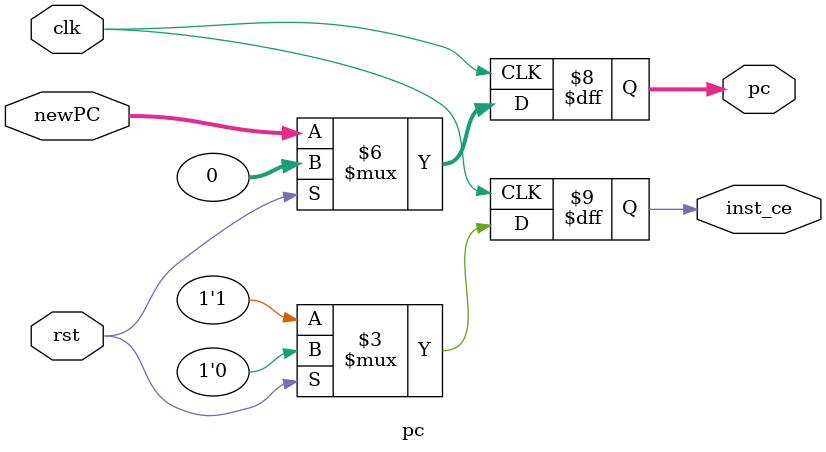
<source format=v>
`timescale 1ns / 1ps

module pc(
    input clk, rst,
    input wire [31:0] newPC,
    output reg [31:0] pc,
    output reg inst_ce
);

    always @(posedge clk) begin
        if (rst) begin
            pc <= 32'h0;
            inst_ce <= 1'b0;
        end else begin
            pc <= newPC;
            inst_ce <= 1'b1;
        end
    end

endmodule

</source>
